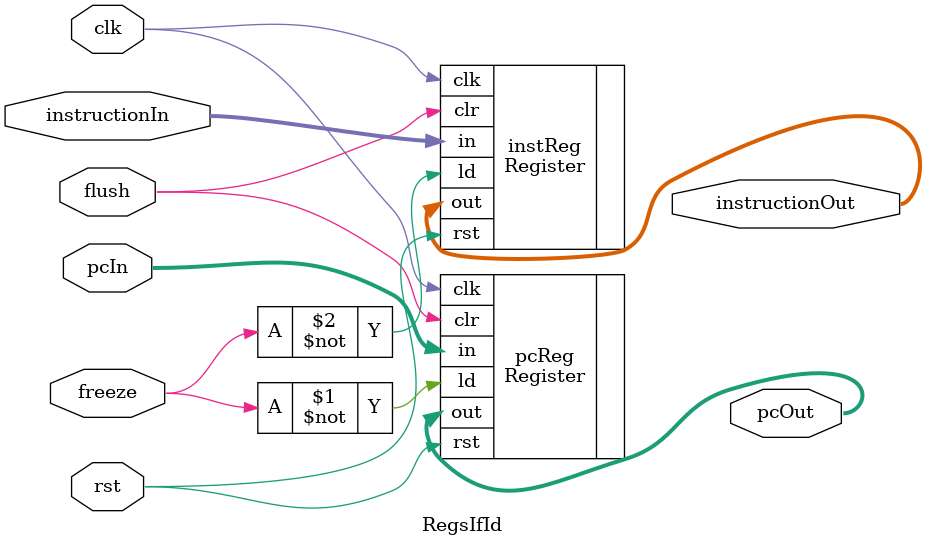
<source format=v>

module RegsIfId(
    input clk, rst,
    input freeze, flush,
    input [31:0] pcIn, instructionIn,
    output [31:0] pcOut, instructionOut
);
    Register #(32) pcReg(
        .clk(clk), .rst(rst),
        .in(pcIn), .ld(~freeze), .clr(flush),
        .out(pcOut)
    );

    Register #(32) instReg(
        .clk(clk), .rst(rst),
        .in(instructionIn), .ld(~freeze), .clr(flush),
        .out(instructionOut)
    );
endmodule

</source>
